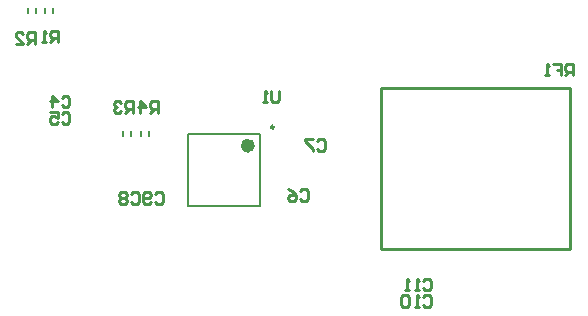
<source format=gbo>
G04 Layer_Color=32896*
%FSLAX25Y25*%
%MOIN*%
G70*
G01*
G75*
%ADD16C,0.01000*%
%ADD29C,0.00984*%
%ADD30C,0.00787*%
%ADD50C,0.02362*%
D16*
X131890Y49216D02*
Y77168D01*
Y23625D02*
Y50198D01*
Y23625D02*
X194882D01*
Y77168D01*
X131890D02*
X194882D01*
X195669Y81496D02*
Y85432D01*
X193701D01*
X193045Y84776D01*
Y83464D01*
X193701Y82808D01*
X195669D01*
X194357D02*
X193045Y81496D01*
X189110Y85432D02*
X191734D01*
Y83464D01*
X190422D01*
X191734D01*
Y81496D01*
X187798D02*
X186486D01*
X187142D01*
Y85432D01*
X187798Y84776D01*
X57480Y68898D02*
Y72833D01*
X55512D01*
X54856Y72177D01*
Y70865D01*
X55512Y70210D01*
X57480D01*
X56168D02*
X54856Y68898D01*
X51577D02*
Y72833D01*
X53545Y70865D01*
X50921D01*
X49213Y68898D02*
Y72833D01*
X47245D01*
X46589Y72177D01*
Y70865D01*
X47245Y70210D01*
X49213D01*
X47901D02*
X46589Y68898D01*
X45277Y72177D02*
X44621Y72833D01*
X43309D01*
X42653Y72177D01*
Y71522D01*
X43309Y70865D01*
X43965D01*
X43309D01*
X42653Y70210D01*
Y69554D01*
X43309Y68898D01*
X44621D01*
X45277Y69554D01*
X16535Y92126D02*
Y96062D01*
X14568D01*
X13912Y95406D01*
Y94094D01*
X14568Y93438D01*
X16535D01*
X15224D02*
X13912Y92126D01*
X9976D02*
X12600D01*
X9976Y94750D01*
Y95406D01*
X10632Y96062D01*
X11944D01*
X12600Y95406D01*
X24016Y92520D02*
Y96455D01*
X22048D01*
X21392Y95799D01*
Y94488D01*
X22048Y93832D01*
X24016D01*
X22704D02*
X21392Y92520D01*
X20080D02*
X18768D01*
X19424D01*
Y96455D01*
X20080Y95799D01*
X145801Y13122D02*
X146457Y13778D01*
X147769D01*
X148425Y13122D01*
Y10498D01*
X147769Y9843D01*
X146457D01*
X145801Y10498D01*
X144490Y9843D02*
X143178D01*
X143833D01*
Y13778D01*
X144490Y13122D01*
X141210Y9843D02*
X139898D01*
X140554D01*
Y13778D01*
X141210Y13122D01*
X145801Y7610D02*
X146457Y8266D01*
X147769D01*
X148425Y7610D01*
Y4987D01*
X147769Y4331D01*
X146457D01*
X145801Y4987D01*
X144490Y4331D02*
X143177D01*
X143833D01*
Y8266D01*
X144490Y7610D01*
X141210D02*
X140554Y8266D01*
X139242D01*
X138586Y7610D01*
Y4987D01*
X139242Y4331D01*
X140554D01*
X141210Y4987D01*
Y7610D01*
X56431Y41862D02*
X57087Y42518D01*
X58399D01*
X59055Y41862D01*
Y39239D01*
X58399Y38583D01*
X57087D01*
X56431Y39239D01*
X55119D02*
X54463Y38583D01*
X53152D01*
X52496Y39239D01*
Y41862D01*
X53152Y42518D01*
X54463D01*
X55119Y41862D01*
Y41206D01*
X54463Y40551D01*
X52496D01*
X48557Y41862D02*
X49213Y42518D01*
X50525D01*
X51181Y41862D01*
Y39239D01*
X50525Y38583D01*
X49213D01*
X48557Y39239D01*
X47245Y41862D02*
X46589Y42518D01*
X45278D01*
X44622Y41862D01*
Y41206D01*
X45278Y40551D01*
X44622Y39895D01*
Y39239D01*
X45278Y38583D01*
X46589D01*
X47245Y39239D01*
Y39895D01*
X46589Y40551D01*
X47245Y41206D01*
Y41862D01*
X46589Y40551D02*
X45278D01*
X110368Y59579D02*
X111024Y60235D01*
X112336D01*
X112992Y59579D01*
Y56955D01*
X112336Y56299D01*
X111024D01*
X110368Y56955D01*
X109056Y60235D02*
X106433D01*
Y59579D01*
X109056Y56955D01*
Y56299D01*
X104857Y43044D02*
X105512Y43699D01*
X106824D01*
X107480Y43044D01*
Y40420D01*
X106824Y39764D01*
X105512D01*
X104857Y40420D01*
X100921Y43699D02*
X102233Y43044D01*
X103545Y41732D01*
Y40420D01*
X102889Y39764D01*
X101577D01*
X100921Y40420D01*
Y41076D01*
X101577Y41732D01*
X103545D01*
X25329Y68634D02*
X25985Y69290D01*
X27297D01*
X27953Y68634D01*
Y66010D01*
X27297Y65354D01*
X25985D01*
X25329Y66010D01*
X21393Y69290D02*
X24017D01*
Y67322D01*
X22705Y67978D01*
X22049D01*
X21393Y67322D01*
Y66010D01*
X22049Y65354D01*
X23361D01*
X24017Y66010D01*
X25329Y74146D02*
X25985Y74802D01*
X27297D01*
X27953Y74146D01*
Y71522D01*
X27297Y70866D01*
X25985D01*
X25329Y71522D01*
X22049Y70866D02*
Y74802D01*
X24017Y72834D01*
X21393D01*
X97806Y76459D02*
Y73179D01*
X97149Y72523D01*
X95838D01*
X95182Y73179D01*
Y76459D01*
X93870Y72523D02*
X92558D01*
X93214D01*
Y76459D01*
X93870Y75803D01*
D29*
X96161Y64272D02*
G03*
X96161Y64272I-492J0D01*
G01*
D30*
X19882Y102362D02*
Y103937D01*
X22638Y102362D02*
Y103937D01*
X13976Y102362D02*
Y103937D01*
X16732Y102362D02*
Y103937D01*
X45866Y61417D02*
Y62992D01*
X48622Y61417D02*
Y62992D01*
X51772Y61417D02*
Y62992D01*
X54528Y61417D02*
Y62992D01*
X91339Y37992D02*
Y62008D01*
X67323Y37992D02*
Y62008D01*
X91339D01*
X67323Y37992D02*
X91339D01*
D50*
X88583Y58071D02*
G03*
X88583Y58071I-1181J0D01*
G01*
M02*

</source>
